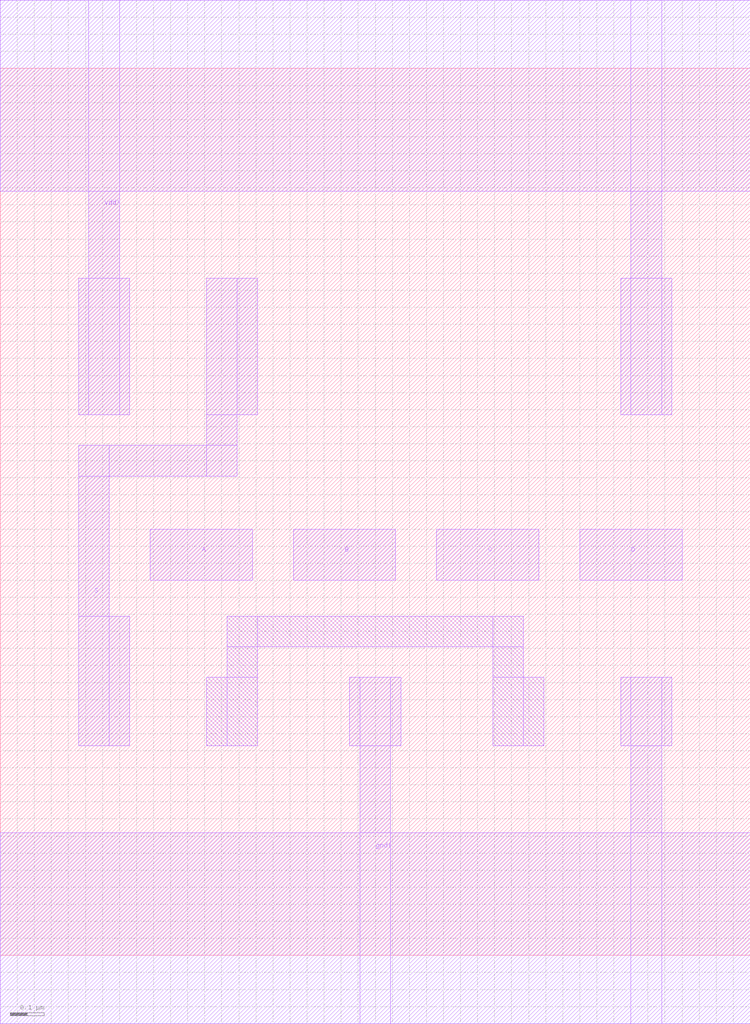
<source format=lef>

#******
# Preview export LEF
#
#	 Preview sub-version 5.10.41_USR5.90.69
#
# REF LIBS: lab3 
# TECH LIB NAME: cmos065
# TECH FILE NAME: techfile.cds
#******

VERSION 5.5 ;

NAMESCASESENSITIVE ON ;

DIVIDERCHAR "/" ;
BUSBITCHARS "[]" ;

UNITS
    DATABASE MICRONS 1000  ;
END UNITS

 MANUFACTURINGGRID    0.005000 ;
SITE CORE
    SYMMETRY Y  ;
    CLASS CORE  ;
    SIZE 0.200 BY 2.600 ;
END CORE

MACRO Complex_f2
    CLASS CORE ;
    FOREIGN Complex_f2 0 -2.8 ;
    ORIGIN 0.000 2.800 ;
    SIZE 2.200 BY 2.600 ;
    SYMMETRY X Y ;
    SITE CORE ;
    PIN S
        DIRECTION OUTPUT ;
        PORT
        LAYER M1 ;
        RECT  0.605 -1.215 0.755 -0.815 ;
        RECT  0.605 -1.395 0.695 -0.815 ;
        RECT  0.230 -1.395 0.695 -1.305 ;
        RECT  0.230 -2.185 0.380 -1.805 ;
        RECT  0.230 -2.185 0.320 -1.305 ;
        END
    END S
    PIN D
        DIRECTION INPUT ;
        PORT
        LAYER M1 ;
        RECT  1.700 -1.700 2.000 -1.550 ;
        END
    END D
    PIN C
        DIRECTION INPUT ;
        PORT
        LAYER M1 ;
        RECT  1.280 -1.700 1.580 -1.550 ;
        END
    END C
    PIN B
        DIRECTION INPUT ;
        PORT
        LAYER M1 ;
        RECT  0.860 -1.700 1.160 -1.550 ;
        END
    END B
    PIN A
        DIRECTION INPUT ;
        PORT
        LAYER M1 ;
        RECT  0.440 -1.700 0.740 -1.550 ;
        END
    END A
    PIN vdd!
        DIRECTION INOUT ;
        USE POWER ;
        SHAPE ABUTMENT ;
        PORT
        LAYER M1 ;
        RECT  0.000 -0.560 2.200 0.000 ;
        RECT  1.820 -1.215 1.970 -0.815 ;
        RECT  1.850 -1.215 1.940 0.000 ;
        RECT  0.230 -1.215 0.380 -0.815 ;
        RECT  0.260 -1.215 0.350 0.000 ;
        END
    END vdd!
    PIN gnd!
        DIRECTION INOUT ;
        USE GROUND ;
        SHAPE ABUTMENT ;
        PORT
        LAYER M1 ;
        RECT  0.000 -3.000 2.200 -2.440 ;
        RECT  1.820 -2.185 1.970 -1.985 ;
        RECT  1.850 -3.000 1.940 -1.985 ;
        RECT  1.025 -2.185 1.175 -1.985 ;
        RECT  1.055 -3.000 1.145 -1.985 ;
        END
    END gnd!
    OBS
        LAYER M1 ;
        RECT  0.605 -2.185 0.755 -1.985 ;
        RECT  1.445 -2.185 1.595 -1.985 ;
        RECT  0.665 -2.185 0.755 -1.805 ;
        RECT  1.445 -2.185 1.535 -1.805 ;
        RECT  0.665 -1.895 1.535 -1.805 ;
    END
END Complex_f2

END LIBRARY

</source>
